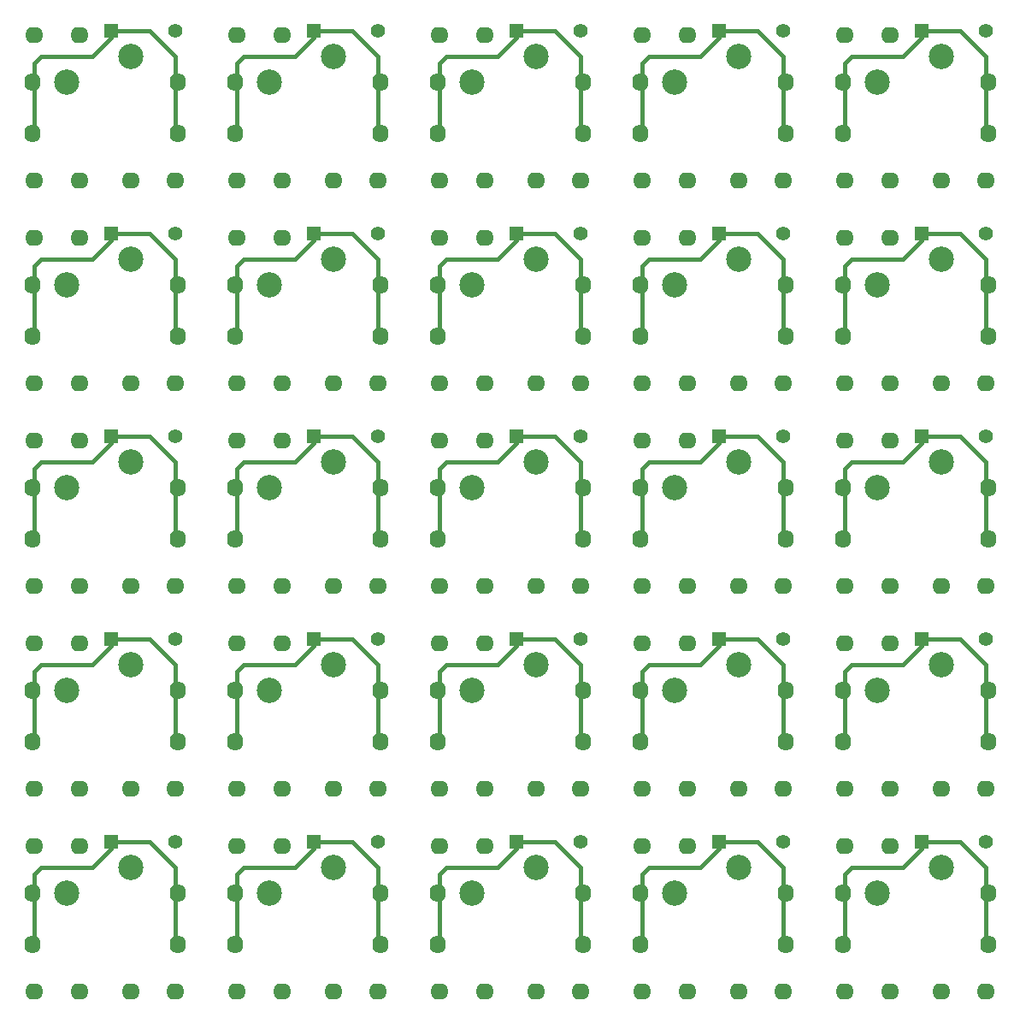
<source format=gbl>
G04 #@! TF.FileFunction,Copper,L2,Bot,Signal*
%FSLAX46Y46*%
G04 Gerber Fmt 4.6, Leading zero omitted, Abs format (unit mm)*
G04 Created by KiCad (PCBNEW 4.0.2-stable) date 2016/07/17 14:51:38*
%MOMM*%
G01*
G04 APERTURE LIST*
%ADD10C,0.100000*%
%ADD11C,2.500000*%
%ADD12O,1.600000X1.800000*%
%ADD13O,1.800000X1.600000*%
%ADD14C,1.400000*%
%ADD15R,1.400000X1.400000*%
%ADD16C,0.400000*%
G04 APERTURE END LIST*
D10*
D11*
X111125000Y-139319000D03*
X104775000Y-141859000D03*
D12*
X101400000Y-146939000D03*
X101400000Y-141859000D03*
X115770000Y-141859000D03*
X115770000Y-146939000D03*
D13*
X111125000Y-151584000D03*
X115570000Y-151584000D03*
X101600000Y-151584000D03*
X106045000Y-151584000D03*
X101600000Y-137214000D03*
X106045000Y-137214000D03*
D14*
X115570000Y-136779000D03*
D15*
X109220000Y-136779000D03*
D14*
X135636000Y-136779000D03*
D15*
X129286000Y-136779000D03*
D13*
X126111000Y-137214000D03*
X121666000Y-137214000D03*
X126111000Y-151584000D03*
X121666000Y-151584000D03*
X135636000Y-151584000D03*
X131191000Y-151584000D03*
D12*
X135836000Y-146939000D03*
X135836000Y-141859000D03*
X121466000Y-141859000D03*
X121466000Y-146939000D03*
D11*
X131191000Y-139319000D03*
X124841000Y-141859000D03*
X171323000Y-139319000D03*
X164973000Y-141859000D03*
D12*
X161598000Y-146939000D03*
X161598000Y-141859000D03*
X175968000Y-141859000D03*
X175968000Y-146939000D03*
D13*
X171323000Y-151584000D03*
X175768000Y-151584000D03*
X161798000Y-151584000D03*
X166243000Y-151584000D03*
X161798000Y-137214000D03*
X166243000Y-137214000D03*
D14*
X175768000Y-136779000D03*
D15*
X169418000Y-136779000D03*
D14*
X155702000Y-136779000D03*
D15*
X149352000Y-136779000D03*
D13*
X146177000Y-137214000D03*
X141732000Y-137214000D03*
X146177000Y-151584000D03*
X141732000Y-151584000D03*
X155702000Y-151584000D03*
X151257000Y-151584000D03*
D12*
X155902000Y-146939000D03*
X155902000Y-141859000D03*
X141532000Y-141859000D03*
X141532000Y-146939000D03*
D11*
X151257000Y-139319000D03*
X144907000Y-141859000D03*
D14*
X195834000Y-136779000D03*
D15*
X189484000Y-136779000D03*
D13*
X186309000Y-137214000D03*
X181864000Y-137214000D03*
X186309000Y-151584000D03*
X181864000Y-151584000D03*
X195834000Y-151584000D03*
X191389000Y-151584000D03*
D12*
X196034000Y-146939000D03*
X196034000Y-141859000D03*
X181664000Y-141859000D03*
X181664000Y-146939000D03*
D11*
X191389000Y-139319000D03*
X185039000Y-141859000D03*
X111125000Y-99187000D03*
X104775000Y-101727000D03*
D12*
X101400000Y-106807000D03*
X101400000Y-101727000D03*
X115770000Y-101727000D03*
X115770000Y-106807000D03*
D13*
X111125000Y-111452000D03*
X115570000Y-111452000D03*
X101600000Y-111452000D03*
X106045000Y-111452000D03*
X101600000Y-97082000D03*
X106045000Y-97082000D03*
D14*
X115570000Y-96647000D03*
D15*
X109220000Y-96647000D03*
D14*
X135636000Y-96647000D03*
D15*
X129286000Y-96647000D03*
D13*
X126111000Y-97082000D03*
X121666000Y-97082000D03*
X126111000Y-111452000D03*
X121666000Y-111452000D03*
X135636000Y-111452000D03*
X131191000Y-111452000D03*
D12*
X135836000Y-106807000D03*
X135836000Y-101727000D03*
X121466000Y-101727000D03*
X121466000Y-106807000D03*
D11*
X131191000Y-99187000D03*
X124841000Y-101727000D03*
X171323000Y-99187000D03*
X164973000Y-101727000D03*
D12*
X161598000Y-106807000D03*
X161598000Y-101727000D03*
X175968000Y-101727000D03*
X175968000Y-106807000D03*
D13*
X171323000Y-111452000D03*
X175768000Y-111452000D03*
X161798000Y-111452000D03*
X166243000Y-111452000D03*
X161798000Y-97082000D03*
X166243000Y-97082000D03*
D14*
X175768000Y-96647000D03*
D15*
X169418000Y-96647000D03*
D14*
X155702000Y-96647000D03*
D15*
X149352000Y-96647000D03*
D13*
X146177000Y-97082000D03*
X141732000Y-97082000D03*
X146177000Y-111452000D03*
X141732000Y-111452000D03*
X155702000Y-111452000D03*
X151257000Y-111452000D03*
D12*
X155902000Y-106807000D03*
X155902000Y-101727000D03*
X141532000Y-101727000D03*
X141532000Y-106807000D03*
D11*
X151257000Y-99187000D03*
X144907000Y-101727000D03*
D14*
X195834000Y-96647000D03*
D15*
X189484000Y-96647000D03*
D13*
X186309000Y-97082000D03*
X181864000Y-97082000D03*
X186309000Y-111452000D03*
X181864000Y-111452000D03*
X195834000Y-111452000D03*
X191389000Y-111452000D03*
D12*
X196034000Y-106807000D03*
X196034000Y-101727000D03*
X181664000Y-101727000D03*
X181664000Y-106807000D03*
D11*
X191389000Y-99187000D03*
X185039000Y-101727000D03*
X191389000Y-119253000D03*
X185039000Y-121793000D03*
D12*
X181664000Y-126873000D03*
X181664000Y-121793000D03*
X196034000Y-121793000D03*
X196034000Y-126873000D03*
D13*
X191389000Y-131518000D03*
X195834000Y-131518000D03*
X181864000Y-131518000D03*
X186309000Y-131518000D03*
X181864000Y-117148000D03*
X186309000Y-117148000D03*
D14*
X195834000Y-116713000D03*
D15*
X189484000Y-116713000D03*
D11*
X151257000Y-119253000D03*
X144907000Y-121793000D03*
D12*
X141532000Y-126873000D03*
X141532000Y-121793000D03*
X155902000Y-121793000D03*
X155902000Y-126873000D03*
D13*
X151257000Y-131518000D03*
X155702000Y-131518000D03*
X141732000Y-131518000D03*
X146177000Y-131518000D03*
X141732000Y-117148000D03*
X146177000Y-117148000D03*
D14*
X155702000Y-116713000D03*
D15*
X149352000Y-116713000D03*
D14*
X175768000Y-116713000D03*
D15*
X169418000Y-116713000D03*
D13*
X166243000Y-117148000D03*
X161798000Y-117148000D03*
X166243000Y-131518000D03*
X161798000Y-131518000D03*
X175768000Y-131518000D03*
X171323000Y-131518000D03*
D12*
X175968000Y-126873000D03*
X175968000Y-121793000D03*
X161598000Y-121793000D03*
X161598000Y-126873000D03*
D11*
X171323000Y-119253000D03*
X164973000Y-121793000D03*
X131191000Y-119253000D03*
X124841000Y-121793000D03*
D12*
X121466000Y-126873000D03*
X121466000Y-121793000D03*
X135836000Y-121793000D03*
X135836000Y-126873000D03*
D13*
X131191000Y-131518000D03*
X135636000Y-131518000D03*
X121666000Y-131518000D03*
X126111000Y-131518000D03*
X121666000Y-117148000D03*
X126111000Y-117148000D03*
D14*
X135636000Y-116713000D03*
D15*
X129286000Y-116713000D03*
D14*
X115570000Y-116713000D03*
D15*
X109220000Y-116713000D03*
D13*
X106045000Y-117148000D03*
X101600000Y-117148000D03*
X106045000Y-131518000D03*
X101600000Y-131518000D03*
X115570000Y-131518000D03*
X111125000Y-131518000D03*
D12*
X115770000Y-126873000D03*
X115770000Y-121793000D03*
X101400000Y-121793000D03*
X101400000Y-126873000D03*
D11*
X111125000Y-119253000D03*
X104775000Y-121793000D03*
X111125000Y-79121000D03*
X104775000Y-81661000D03*
D12*
X101400000Y-86741000D03*
X101400000Y-81661000D03*
X115770000Y-81661000D03*
X115770000Y-86741000D03*
D13*
X111125000Y-91386000D03*
X115570000Y-91386000D03*
X101600000Y-91386000D03*
X106045000Y-91386000D03*
X101600000Y-77016000D03*
X106045000Y-77016000D03*
D14*
X115570000Y-76581000D03*
D15*
X109220000Y-76581000D03*
D14*
X135636000Y-76581000D03*
D15*
X129286000Y-76581000D03*
D13*
X126111000Y-77016000D03*
X121666000Y-77016000D03*
X126111000Y-91386000D03*
X121666000Y-91386000D03*
X135636000Y-91386000D03*
X131191000Y-91386000D03*
D12*
X135836000Y-86741000D03*
X135836000Y-81661000D03*
X121466000Y-81661000D03*
X121466000Y-86741000D03*
D11*
X131191000Y-79121000D03*
X124841000Y-81661000D03*
X171323000Y-79121000D03*
X164973000Y-81661000D03*
D12*
X161598000Y-86741000D03*
X161598000Y-81661000D03*
X175968000Y-81661000D03*
X175968000Y-86741000D03*
D13*
X171323000Y-91386000D03*
X175768000Y-91386000D03*
X161798000Y-91386000D03*
X166243000Y-91386000D03*
X161798000Y-77016000D03*
X166243000Y-77016000D03*
D14*
X175768000Y-76581000D03*
D15*
X169418000Y-76581000D03*
D14*
X155702000Y-76581000D03*
D15*
X149352000Y-76581000D03*
D13*
X146177000Y-77016000D03*
X141732000Y-77016000D03*
X146177000Y-91386000D03*
X141732000Y-91386000D03*
X155702000Y-91386000D03*
X151257000Y-91386000D03*
D12*
X155902000Y-86741000D03*
X155902000Y-81661000D03*
X141532000Y-81661000D03*
X141532000Y-86741000D03*
D11*
X151257000Y-79121000D03*
X144907000Y-81661000D03*
D14*
X195834000Y-76581000D03*
D15*
X189484000Y-76581000D03*
D13*
X186309000Y-77016000D03*
X181864000Y-77016000D03*
X186309000Y-91386000D03*
X181864000Y-91386000D03*
X195834000Y-91386000D03*
X191389000Y-91386000D03*
D12*
X196034000Y-86741000D03*
X196034000Y-81661000D03*
X181664000Y-81661000D03*
X181664000Y-86741000D03*
D11*
X191389000Y-79121000D03*
X185039000Y-81661000D03*
X191389000Y-59055000D03*
X185039000Y-61595000D03*
D12*
X181664000Y-66675000D03*
X181664000Y-61595000D03*
X196034000Y-61595000D03*
X196034000Y-66675000D03*
D13*
X191389000Y-71320000D03*
X195834000Y-71320000D03*
X181864000Y-71320000D03*
X186309000Y-71320000D03*
X181864000Y-56950000D03*
X186309000Y-56950000D03*
D14*
X195834000Y-56515000D03*
D15*
X189484000Y-56515000D03*
D11*
X151257000Y-59055000D03*
X144907000Y-61595000D03*
D12*
X141532000Y-66675000D03*
X141532000Y-61595000D03*
X155902000Y-61595000D03*
X155902000Y-66675000D03*
D13*
X151257000Y-71320000D03*
X155702000Y-71320000D03*
X141732000Y-71320000D03*
X146177000Y-71320000D03*
X141732000Y-56950000D03*
X146177000Y-56950000D03*
D14*
X155702000Y-56515000D03*
D15*
X149352000Y-56515000D03*
D14*
X175768000Y-56515000D03*
D15*
X169418000Y-56515000D03*
D13*
X166243000Y-56950000D03*
X161798000Y-56950000D03*
X166243000Y-71320000D03*
X161798000Y-71320000D03*
X175768000Y-71320000D03*
X171323000Y-71320000D03*
D12*
X175968000Y-66675000D03*
X175968000Y-61595000D03*
X161598000Y-61595000D03*
X161598000Y-66675000D03*
D11*
X171323000Y-59055000D03*
X164973000Y-61595000D03*
X131191000Y-59055000D03*
X124841000Y-61595000D03*
D12*
X121466000Y-66675000D03*
X121466000Y-61595000D03*
X135836000Y-61595000D03*
X135836000Y-66675000D03*
D13*
X131191000Y-71320000D03*
X135636000Y-71320000D03*
X121666000Y-71320000D03*
X126111000Y-71320000D03*
X121666000Y-56950000D03*
X126111000Y-56950000D03*
D14*
X135636000Y-56515000D03*
D15*
X129286000Y-56515000D03*
D14*
X115570000Y-56515000D03*
D15*
X109220000Y-56515000D03*
D13*
X106045000Y-56950000D03*
X101600000Y-56950000D03*
X106045000Y-71320000D03*
X101600000Y-71320000D03*
X115570000Y-71320000D03*
X111125000Y-71320000D03*
D12*
X115770000Y-66675000D03*
X115770000Y-61595000D03*
X101400000Y-61595000D03*
X101400000Y-66675000D03*
D11*
X111125000Y-59055000D03*
X104775000Y-61595000D03*
D16*
X113030000Y-136779000D02*
X115570000Y-139319000D01*
X115570000Y-139319000D02*
X115570000Y-141859000D01*
X109220000Y-136779000D02*
X113030000Y-136779000D01*
X107315000Y-139319000D02*
X102235000Y-139319000D01*
X102235000Y-139319000D02*
X101600000Y-139954000D01*
X101600000Y-139954000D02*
X101600000Y-141859000D01*
X109220000Y-137414000D02*
X107315000Y-139319000D01*
X109220000Y-136779000D02*
X109220000Y-137414000D01*
X101600000Y-141859000D02*
X101600000Y-146939000D01*
X115570000Y-141859000D02*
X115570000Y-146939000D01*
X135636000Y-141859000D02*
X135636000Y-146939000D01*
X121666000Y-141859000D02*
X121666000Y-146939000D01*
X129286000Y-136779000D02*
X129286000Y-137414000D01*
X129286000Y-137414000D02*
X127381000Y-139319000D01*
X121666000Y-139954000D02*
X121666000Y-141859000D01*
X122301000Y-139319000D02*
X121666000Y-139954000D01*
X127381000Y-139319000D02*
X122301000Y-139319000D01*
X129286000Y-136779000D02*
X133096000Y-136779000D01*
X135636000Y-139319000D02*
X135636000Y-141859000D01*
X133096000Y-136779000D02*
X135636000Y-139319000D01*
X173228000Y-136779000D02*
X175768000Y-139319000D01*
X175768000Y-139319000D02*
X175768000Y-141859000D01*
X169418000Y-136779000D02*
X173228000Y-136779000D01*
X167513000Y-139319000D02*
X162433000Y-139319000D01*
X162433000Y-139319000D02*
X161798000Y-139954000D01*
X161798000Y-139954000D02*
X161798000Y-141859000D01*
X169418000Y-137414000D02*
X167513000Y-139319000D01*
X169418000Y-136779000D02*
X169418000Y-137414000D01*
X161798000Y-141859000D02*
X161798000Y-146939000D01*
X175768000Y-141859000D02*
X175768000Y-146939000D01*
X155702000Y-141859000D02*
X155702000Y-146939000D01*
X141732000Y-141859000D02*
X141732000Y-146939000D01*
X149352000Y-136779000D02*
X149352000Y-137414000D01*
X149352000Y-137414000D02*
X147447000Y-139319000D01*
X141732000Y-139954000D02*
X141732000Y-141859000D01*
X142367000Y-139319000D02*
X141732000Y-139954000D01*
X147447000Y-139319000D02*
X142367000Y-139319000D01*
X149352000Y-136779000D02*
X153162000Y-136779000D01*
X155702000Y-139319000D02*
X155702000Y-141859000D01*
X153162000Y-136779000D02*
X155702000Y-139319000D01*
X195834000Y-141859000D02*
X195834000Y-146939000D01*
X181864000Y-141859000D02*
X181864000Y-146939000D01*
X189484000Y-136779000D02*
X189484000Y-137414000D01*
X189484000Y-137414000D02*
X187579000Y-139319000D01*
X181864000Y-139954000D02*
X181864000Y-141859000D01*
X182499000Y-139319000D02*
X181864000Y-139954000D01*
X187579000Y-139319000D02*
X182499000Y-139319000D01*
X189484000Y-136779000D02*
X193294000Y-136779000D01*
X195834000Y-139319000D02*
X195834000Y-141859000D01*
X193294000Y-136779000D02*
X195834000Y-139319000D01*
X113030000Y-96647000D02*
X115570000Y-99187000D01*
X115570000Y-99187000D02*
X115570000Y-101727000D01*
X109220000Y-96647000D02*
X113030000Y-96647000D01*
X107315000Y-99187000D02*
X102235000Y-99187000D01*
X102235000Y-99187000D02*
X101600000Y-99822000D01*
X101600000Y-99822000D02*
X101600000Y-101727000D01*
X109220000Y-97282000D02*
X107315000Y-99187000D01*
X109220000Y-96647000D02*
X109220000Y-97282000D01*
X101600000Y-101727000D02*
X101600000Y-106807000D01*
X115570000Y-101727000D02*
X115570000Y-106807000D01*
X135636000Y-101727000D02*
X135636000Y-106807000D01*
X121666000Y-101727000D02*
X121666000Y-106807000D01*
X129286000Y-96647000D02*
X129286000Y-97282000D01*
X129286000Y-97282000D02*
X127381000Y-99187000D01*
X121666000Y-99822000D02*
X121666000Y-101727000D01*
X122301000Y-99187000D02*
X121666000Y-99822000D01*
X127381000Y-99187000D02*
X122301000Y-99187000D01*
X129286000Y-96647000D02*
X133096000Y-96647000D01*
X135636000Y-99187000D02*
X135636000Y-101727000D01*
X133096000Y-96647000D02*
X135636000Y-99187000D01*
X173228000Y-96647000D02*
X175768000Y-99187000D01*
X175768000Y-99187000D02*
X175768000Y-101727000D01*
X169418000Y-96647000D02*
X173228000Y-96647000D01*
X167513000Y-99187000D02*
X162433000Y-99187000D01*
X162433000Y-99187000D02*
X161798000Y-99822000D01*
X161798000Y-99822000D02*
X161798000Y-101727000D01*
X169418000Y-97282000D02*
X167513000Y-99187000D01*
X169418000Y-96647000D02*
X169418000Y-97282000D01*
X161798000Y-101727000D02*
X161798000Y-106807000D01*
X175768000Y-101727000D02*
X175768000Y-106807000D01*
X155702000Y-101727000D02*
X155702000Y-106807000D01*
X141732000Y-101727000D02*
X141732000Y-106807000D01*
X149352000Y-96647000D02*
X149352000Y-97282000D01*
X149352000Y-97282000D02*
X147447000Y-99187000D01*
X141732000Y-99822000D02*
X141732000Y-101727000D01*
X142367000Y-99187000D02*
X141732000Y-99822000D01*
X147447000Y-99187000D02*
X142367000Y-99187000D01*
X149352000Y-96647000D02*
X153162000Y-96647000D01*
X155702000Y-99187000D02*
X155702000Y-101727000D01*
X153162000Y-96647000D02*
X155702000Y-99187000D01*
X195834000Y-101727000D02*
X195834000Y-106807000D01*
X181864000Y-101727000D02*
X181864000Y-106807000D01*
X189484000Y-96647000D02*
X189484000Y-97282000D01*
X189484000Y-97282000D02*
X187579000Y-99187000D01*
X181864000Y-99822000D02*
X181864000Y-101727000D01*
X182499000Y-99187000D02*
X181864000Y-99822000D01*
X187579000Y-99187000D02*
X182499000Y-99187000D01*
X189484000Y-96647000D02*
X193294000Y-96647000D01*
X195834000Y-99187000D02*
X195834000Y-101727000D01*
X193294000Y-96647000D02*
X195834000Y-99187000D01*
X193294000Y-116713000D02*
X195834000Y-119253000D01*
X195834000Y-119253000D02*
X195834000Y-121793000D01*
X189484000Y-116713000D02*
X193294000Y-116713000D01*
X187579000Y-119253000D02*
X182499000Y-119253000D01*
X182499000Y-119253000D02*
X181864000Y-119888000D01*
X181864000Y-119888000D02*
X181864000Y-121793000D01*
X189484000Y-117348000D02*
X187579000Y-119253000D01*
X189484000Y-116713000D02*
X189484000Y-117348000D01*
X181864000Y-121793000D02*
X181864000Y-126873000D01*
X195834000Y-121793000D02*
X195834000Y-126873000D01*
X153162000Y-116713000D02*
X155702000Y-119253000D01*
X155702000Y-119253000D02*
X155702000Y-121793000D01*
X149352000Y-116713000D02*
X153162000Y-116713000D01*
X147447000Y-119253000D02*
X142367000Y-119253000D01*
X142367000Y-119253000D02*
X141732000Y-119888000D01*
X141732000Y-119888000D02*
X141732000Y-121793000D01*
X149352000Y-117348000D02*
X147447000Y-119253000D01*
X149352000Y-116713000D02*
X149352000Y-117348000D01*
X141732000Y-121793000D02*
X141732000Y-126873000D01*
X155702000Y-121793000D02*
X155702000Y-126873000D01*
X175768000Y-121793000D02*
X175768000Y-126873000D01*
X161798000Y-121793000D02*
X161798000Y-126873000D01*
X169418000Y-116713000D02*
X169418000Y-117348000D01*
X169418000Y-117348000D02*
X167513000Y-119253000D01*
X161798000Y-119888000D02*
X161798000Y-121793000D01*
X162433000Y-119253000D02*
X161798000Y-119888000D01*
X167513000Y-119253000D02*
X162433000Y-119253000D01*
X169418000Y-116713000D02*
X173228000Y-116713000D01*
X175768000Y-119253000D02*
X175768000Y-121793000D01*
X173228000Y-116713000D02*
X175768000Y-119253000D01*
X133096000Y-116713000D02*
X135636000Y-119253000D01*
X135636000Y-119253000D02*
X135636000Y-121793000D01*
X129286000Y-116713000D02*
X133096000Y-116713000D01*
X127381000Y-119253000D02*
X122301000Y-119253000D01*
X122301000Y-119253000D02*
X121666000Y-119888000D01*
X121666000Y-119888000D02*
X121666000Y-121793000D01*
X129286000Y-117348000D02*
X127381000Y-119253000D01*
X129286000Y-116713000D02*
X129286000Y-117348000D01*
X121666000Y-121793000D02*
X121666000Y-126873000D01*
X135636000Y-121793000D02*
X135636000Y-126873000D01*
X115570000Y-121793000D02*
X115570000Y-126873000D01*
X101600000Y-121793000D02*
X101600000Y-126873000D01*
X109220000Y-116713000D02*
X109220000Y-117348000D01*
X109220000Y-117348000D02*
X107315000Y-119253000D01*
X101600000Y-119888000D02*
X101600000Y-121793000D01*
X102235000Y-119253000D02*
X101600000Y-119888000D01*
X107315000Y-119253000D02*
X102235000Y-119253000D01*
X109220000Y-116713000D02*
X113030000Y-116713000D01*
X115570000Y-119253000D02*
X115570000Y-121793000D01*
X113030000Y-116713000D02*
X115570000Y-119253000D01*
X113030000Y-76581000D02*
X115570000Y-79121000D01*
X115570000Y-79121000D02*
X115570000Y-81661000D01*
X109220000Y-76581000D02*
X113030000Y-76581000D01*
X107315000Y-79121000D02*
X102235000Y-79121000D01*
X102235000Y-79121000D02*
X101600000Y-79756000D01*
X101600000Y-79756000D02*
X101600000Y-81661000D01*
X109220000Y-77216000D02*
X107315000Y-79121000D01*
X109220000Y-76581000D02*
X109220000Y-77216000D01*
X101600000Y-81661000D02*
X101600000Y-86741000D01*
X115570000Y-81661000D02*
X115570000Y-86741000D01*
X135636000Y-81661000D02*
X135636000Y-86741000D01*
X121666000Y-81661000D02*
X121666000Y-86741000D01*
X129286000Y-76581000D02*
X129286000Y-77216000D01*
X129286000Y-77216000D02*
X127381000Y-79121000D01*
X121666000Y-79756000D02*
X121666000Y-81661000D01*
X122301000Y-79121000D02*
X121666000Y-79756000D01*
X127381000Y-79121000D02*
X122301000Y-79121000D01*
X129286000Y-76581000D02*
X133096000Y-76581000D01*
X135636000Y-79121000D02*
X135636000Y-81661000D01*
X133096000Y-76581000D02*
X135636000Y-79121000D01*
X173228000Y-76581000D02*
X175768000Y-79121000D01*
X175768000Y-79121000D02*
X175768000Y-81661000D01*
X169418000Y-76581000D02*
X173228000Y-76581000D01*
X167513000Y-79121000D02*
X162433000Y-79121000D01*
X162433000Y-79121000D02*
X161798000Y-79756000D01*
X161798000Y-79756000D02*
X161798000Y-81661000D01*
X169418000Y-77216000D02*
X167513000Y-79121000D01*
X169418000Y-76581000D02*
X169418000Y-77216000D01*
X161798000Y-81661000D02*
X161798000Y-86741000D01*
X175768000Y-81661000D02*
X175768000Y-86741000D01*
X155702000Y-81661000D02*
X155702000Y-86741000D01*
X141732000Y-81661000D02*
X141732000Y-86741000D01*
X149352000Y-76581000D02*
X149352000Y-77216000D01*
X149352000Y-77216000D02*
X147447000Y-79121000D01*
X141732000Y-79756000D02*
X141732000Y-81661000D01*
X142367000Y-79121000D02*
X141732000Y-79756000D01*
X147447000Y-79121000D02*
X142367000Y-79121000D01*
X149352000Y-76581000D02*
X153162000Y-76581000D01*
X155702000Y-79121000D02*
X155702000Y-81661000D01*
X153162000Y-76581000D02*
X155702000Y-79121000D01*
X195834000Y-81661000D02*
X195834000Y-86741000D01*
X181864000Y-81661000D02*
X181864000Y-86741000D01*
X189484000Y-76581000D02*
X189484000Y-77216000D01*
X189484000Y-77216000D02*
X187579000Y-79121000D01*
X181864000Y-79756000D02*
X181864000Y-81661000D01*
X182499000Y-79121000D02*
X181864000Y-79756000D01*
X187579000Y-79121000D02*
X182499000Y-79121000D01*
X189484000Y-76581000D02*
X193294000Y-76581000D01*
X195834000Y-79121000D02*
X195834000Y-81661000D01*
X193294000Y-76581000D02*
X195834000Y-79121000D01*
X193294000Y-56515000D02*
X195834000Y-59055000D01*
X195834000Y-59055000D02*
X195834000Y-61595000D01*
X189484000Y-56515000D02*
X193294000Y-56515000D01*
X187579000Y-59055000D02*
X182499000Y-59055000D01*
X182499000Y-59055000D02*
X181864000Y-59690000D01*
X181864000Y-59690000D02*
X181864000Y-61595000D01*
X189484000Y-57150000D02*
X187579000Y-59055000D01*
X189484000Y-56515000D02*
X189484000Y-57150000D01*
X181864000Y-61595000D02*
X181864000Y-66675000D01*
X195834000Y-61595000D02*
X195834000Y-66675000D01*
X153162000Y-56515000D02*
X155702000Y-59055000D01*
X155702000Y-59055000D02*
X155702000Y-61595000D01*
X149352000Y-56515000D02*
X153162000Y-56515000D01*
X147447000Y-59055000D02*
X142367000Y-59055000D01*
X142367000Y-59055000D02*
X141732000Y-59690000D01*
X141732000Y-59690000D02*
X141732000Y-61595000D01*
X149352000Y-57150000D02*
X147447000Y-59055000D01*
X149352000Y-56515000D02*
X149352000Y-57150000D01*
X141732000Y-61595000D02*
X141732000Y-66675000D01*
X155702000Y-61595000D02*
X155702000Y-66675000D01*
X175768000Y-61595000D02*
X175768000Y-66675000D01*
X161798000Y-61595000D02*
X161798000Y-66675000D01*
X169418000Y-56515000D02*
X169418000Y-57150000D01*
X169418000Y-57150000D02*
X167513000Y-59055000D01*
X161798000Y-59690000D02*
X161798000Y-61595000D01*
X162433000Y-59055000D02*
X161798000Y-59690000D01*
X167513000Y-59055000D02*
X162433000Y-59055000D01*
X169418000Y-56515000D02*
X173228000Y-56515000D01*
X175768000Y-59055000D02*
X175768000Y-61595000D01*
X173228000Y-56515000D02*
X175768000Y-59055000D01*
X133096000Y-56515000D02*
X135636000Y-59055000D01*
X135636000Y-59055000D02*
X135636000Y-61595000D01*
X129286000Y-56515000D02*
X133096000Y-56515000D01*
X127381000Y-59055000D02*
X122301000Y-59055000D01*
X122301000Y-59055000D02*
X121666000Y-59690000D01*
X121666000Y-59690000D02*
X121666000Y-61595000D01*
X129286000Y-57150000D02*
X127381000Y-59055000D01*
X129286000Y-56515000D02*
X129286000Y-57150000D01*
X121666000Y-61595000D02*
X121666000Y-66675000D01*
X135636000Y-61595000D02*
X135636000Y-66675000D01*
X115570000Y-61595000D02*
X115570000Y-66675000D01*
X101600000Y-61595000D02*
X101600000Y-66675000D01*
X109220000Y-56515000D02*
X109220000Y-57150000D01*
X109220000Y-57150000D02*
X107315000Y-59055000D01*
X101600000Y-59690000D02*
X101600000Y-61595000D01*
X102235000Y-59055000D02*
X101600000Y-59690000D01*
X107315000Y-59055000D02*
X102235000Y-59055000D01*
X109220000Y-56515000D02*
X113030000Y-56515000D01*
X115570000Y-59055000D02*
X115570000Y-61595000D01*
X113030000Y-56515000D02*
X115570000Y-59055000D01*
M02*

</source>
